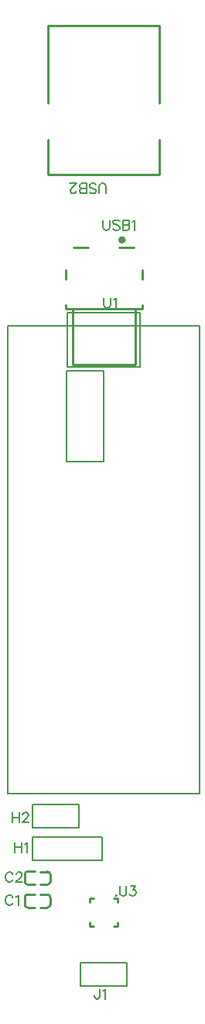
<source format=gto>
G04 Layer: TopSilkscreenLayer*
G04 EasyEDA v6.5.40, 2024-08-19 02:38:51*
G04 a67cddfb3fce44daa9051d46cbbcc19f,10*
G04 Gerber Generator version 0.2*
G04 Scale: 100 percent, Rotated: No, Reflected: No *
G04 Dimensions in millimeters *
G04 leading zeros omitted , absolute positions ,4 integer and 5 decimal *
%FSLAX45Y45*%
%MOMM*%

%ADD10C,0.1524*%
%ADD11C,0.2540*%
%ADD12C,0.2032*%
%ADD13C,0.1270*%
%ADD14C,0.2030*%
%ADD15C,0.4000*%
%ADD16C,0.0155*%

%LPD*%
D10*
X202945Y1414271D02*
G01*
X197865Y1424686D01*
X187452Y1435100D01*
X177037Y1440434D01*
X156210Y1440434D01*
X145795Y1435100D01*
X135381Y1424686D01*
X130302Y1414271D01*
X124968Y1398778D01*
X124968Y1372870D01*
X130302Y1357121D01*
X135381Y1346707D01*
X145795Y1336547D01*
X156210Y1331213D01*
X177037Y1331213D01*
X187452Y1336547D01*
X197865Y1346707D01*
X202945Y1357121D01*
X242315Y1414271D02*
G01*
X242315Y1419605D01*
X247650Y1430020D01*
X252729Y1435100D01*
X263144Y1440434D01*
X283971Y1440434D01*
X294386Y1435100D01*
X299465Y1430020D01*
X304800Y1419605D01*
X304800Y1409192D01*
X299465Y1398778D01*
X289305Y1383284D01*
X237236Y1331213D01*
X309879Y1331213D01*
X199999Y2090310D02*
G01*
X199999Y1981344D01*
X272643Y2090310D02*
G01*
X272643Y1981344D01*
X199999Y2038494D02*
G01*
X272643Y2038494D01*
X312267Y2064402D02*
G01*
X312267Y2069482D01*
X317347Y2079896D01*
X322681Y2085230D01*
X333095Y2090310D01*
X353669Y2090310D01*
X364083Y2085230D01*
X369417Y2079896D01*
X374497Y2069482D01*
X374497Y2059068D01*
X369417Y2048654D01*
X359003Y2033160D01*
X306933Y1981344D01*
X379831Y1981344D01*
X225000Y1765312D02*
G01*
X225000Y1656346D01*
X297644Y1765312D02*
G01*
X297644Y1656346D01*
X225000Y1713496D02*
G01*
X297644Y1713496D01*
X331934Y1744484D02*
G01*
X342348Y1749818D01*
X358096Y1765312D01*
X358096Y1656346D01*
X1199895Y7708392D02*
G01*
X1199895Y7630668D01*
X1205229Y7614920D01*
X1215644Y7604505D01*
X1231137Y7599426D01*
X1241552Y7599426D01*
X1257045Y7604505D01*
X1267460Y7614920D01*
X1272794Y7630668D01*
X1272794Y7708392D01*
X1307084Y7687818D02*
G01*
X1317497Y7692897D01*
X1332992Y7708392D01*
X1332992Y7599426D01*
X1193647Y8556866D02*
G01*
X1193647Y8478888D01*
X1198727Y8463394D01*
X1209141Y8452980D01*
X1224889Y8447900D01*
X1235303Y8447900D01*
X1250797Y8452980D01*
X1261211Y8463394D01*
X1266291Y8478888D01*
X1266291Y8556866D01*
X1373479Y8541372D02*
G01*
X1363065Y8551786D01*
X1347317Y8556866D01*
X1326743Y8556866D01*
X1310995Y8551786D01*
X1300581Y8541372D01*
X1300581Y8530958D01*
X1305915Y8520544D01*
X1310995Y8515210D01*
X1321409Y8510130D01*
X1352651Y8499716D01*
X1363065Y8494636D01*
X1368145Y8489302D01*
X1373479Y8478888D01*
X1373479Y8463394D01*
X1363065Y8452980D01*
X1347317Y8447900D01*
X1326743Y8447900D01*
X1310995Y8452980D01*
X1300581Y8463394D01*
X1407769Y8556866D02*
G01*
X1407769Y8447900D01*
X1407769Y8556866D02*
G01*
X1454505Y8556866D01*
X1469999Y8551786D01*
X1475333Y8546452D01*
X1480413Y8536038D01*
X1480413Y8525624D01*
X1475333Y8515210D01*
X1469999Y8510130D01*
X1454505Y8505050D01*
X1407769Y8505050D02*
G01*
X1454505Y8505050D01*
X1469999Y8499716D01*
X1475333Y8494636D01*
X1480413Y8484222D01*
X1480413Y8468474D01*
X1475333Y8458060D01*
X1469999Y8452980D01*
X1454505Y8447900D01*
X1407769Y8447900D01*
X1514703Y8536038D02*
G01*
X1525117Y8541372D01*
X1540611Y8556866D01*
X1540611Y8447900D01*
X1223403Y8849169D02*
G01*
X1223403Y8927147D01*
X1218323Y8942641D01*
X1207909Y8953055D01*
X1192161Y8958135D01*
X1181747Y8958135D01*
X1166253Y8953055D01*
X1155839Y8942641D01*
X1150759Y8927147D01*
X1150759Y8849169D01*
X1043571Y8864663D02*
G01*
X1053985Y8854249D01*
X1069733Y8849169D01*
X1090307Y8849169D01*
X1106055Y8854249D01*
X1116469Y8864663D01*
X1116469Y8875077D01*
X1111135Y8885491D01*
X1106055Y8890825D01*
X1095641Y8895905D01*
X1064399Y8906319D01*
X1053985Y8911399D01*
X1048905Y8916733D01*
X1043571Y8927147D01*
X1043571Y8942641D01*
X1053985Y8953055D01*
X1069733Y8958135D01*
X1090307Y8958135D01*
X1106055Y8953055D01*
X1116469Y8942641D01*
X1009281Y8849169D02*
G01*
X1009281Y8958135D01*
X1009281Y8849169D02*
G01*
X962545Y8849169D01*
X947051Y8854249D01*
X941717Y8859583D01*
X936637Y8869997D01*
X936637Y8880411D01*
X941717Y8890825D01*
X947051Y8895905D01*
X962545Y8900985D01*
X1009281Y8900985D02*
G01*
X962545Y8900985D01*
X947051Y8906319D01*
X941717Y8911399D01*
X936637Y8921813D01*
X936637Y8937561D01*
X941717Y8947975D01*
X947051Y8953055D01*
X962545Y8958135D01*
X1009281Y8958135D01*
X897013Y8875077D02*
G01*
X897013Y8869997D01*
X891933Y8859583D01*
X886853Y8854249D01*
X876439Y8849169D01*
X855611Y8849169D01*
X845197Y8854249D01*
X839863Y8859583D01*
X834783Y8869997D01*
X834783Y8880411D01*
X839863Y8890825D01*
X850277Y8906319D01*
X902347Y8958135D01*
X829703Y8958135D01*
X202979Y1164407D02*
G01*
X197645Y1174821D01*
X187231Y1185235D01*
X177071Y1190315D01*
X156243Y1190315D01*
X145829Y1185235D01*
X135415Y1174821D01*
X130081Y1164407D01*
X125001Y1148659D01*
X125001Y1122751D01*
X130081Y1107257D01*
X135415Y1096843D01*
X145829Y1086429D01*
X156243Y1081349D01*
X177071Y1081349D01*
X187231Y1086429D01*
X197645Y1096843D01*
X202979Y1107257D01*
X237269Y1169487D02*
G01*
X247683Y1174821D01*
X263177Y1190315D01*
X263177Y1081349D01*
X1152055Y165328D02*
G01*
X1152055Y82270D01*
X1146721Y66522D01*
X1141641Y61442D01*
X1131227Y56362D01*
X1120813Y56362D01*
X1110399Y61442D01*
X1105065Y66522D01*
X1099985Y82270D01*
X1099985Y92684D01*
X1186345Y144500D02*
G01*
X1196505Y149834D01*
X1212253Y165328D01*
X1212253Y56362D01*
X1374998Y1290325D02*
G01*
X1374998Y1212347D01*
X1380078Y1196853D01*
X1390492Y1186439D01*
X1406240Y1181359D01*
X1416654Y1181359D01*
X1432148Y1186439D01*
X1442562Y1196853D01*
X1447642Y1212347D01*
X1447642Y1290325D01*
X1492346Y1290325D02*
G01*
X1549496Y1290325D01*
X1518508Y1248669D01*
X1534002Y1248669D01*
X1544416Y1243589D01*
X1549496Y1238509D01*
X1554830Y1222761D01*
X1554830Y1212347D01*
X1549496Y1196853D01*
X1539082Y1186439D01*
X1523588Y1181359D01*
X1508094Y1181359D01*
X1492346Y1186439D01*
X1487266Y1191519D01*
X1481932Y1201933D01*
D11*
X613981Y1414879D02*
G01*
X613981Y1334876D01*
X503006Y1445864D02*
G01*
X583003Y1445864D01*
X503006Y1303898D02*
G01*
X583003Y1303898D01*
X445416Y1446446D02*
G01*
X365417Y1446446D01*
X334434Y1415463D02*
G01*
X334434Y1335465D01*
X445416Y1304485D02*
G01*
X365417Y1304485D01*
D12*
X928999Y2176995D02*
G01*
X928999Y1925535D01*
X420999Y1925535D01*
X420999Y2176995D01*
X928999Y2176995D01*
X672998Y1572996D02*
G01*
X418998Y1572996D01*
X418998Y1824456D01*
X1180998Y1824456D01*
X1180998Y1572996D01*
X672998Y1572996D01*
D13*
X1599895Y7399858D02*
G01*
X1599895Y6949871D01*
X799896Y6949871D01*
X799896Y7399858D01*
X799896Y7549870D01*
X1599895Y7549870D01*
X1599895Y7399858D01*
X149885Y7399858D02*
G01*
X799896Y7399858D01*
X1599895Y7399858D01*
X2249906Y7399858D01*
X2249906Y2299868D01*
X149885Y2299868D01*
X149885Y7399858D01*
X793495Y6907276D02*
G01*
X1199895Y6907276D01*
X1199895Y5916676D01*
X793495Y5916676D01*
X793495Y6907276D01*
D11*
X1619999Y7587254D02*
G01*
X779998Y7587254D01*
X857605Y6977240D02*
G01*
X857605Y7587249D01*
X1619999Y7914713D02*
G01*
X1619999Y8014776D01*
X1619999Y7587254D02*
G01*
X1619999Y7629779D01*
X779998Y7629776D02*
G01*
X779998Y7587254D01*
X1542389Y6977240D02*
G01*
X1542389Y7587249D01*
X857605Y6977240D02*
G01*
X911961Y6977240D01*
X1542389Y6977240D01*
X779998Y8014774D02*
G01*
X779998Y7914716D01*
X1029383Y8256993D02*
G01*
X868113Y8256993D01*
X1531884Y8256993D02*
G01*
X1370611Y8256993D01*
X592503Y9833521D02*
G01*
X592503Y10680484D01*
X592503Y9050484D02*
G01*
X592503Y9437448D01*
X1807502Y9833521D02*
G01*
X1807502Y10680484D01*
X1807502Y9050484D02*
G01*
X1807502Y9437448D01*
X1807502Y9050484D02*
G01*
X592503Y9050484D01*
X1807502Y10680484D02*
G01*
X592503Y10680484D01*
X614001Y1164976D02*
G01*
X614001Y1084973D01*
X503026Y1195961D02*
G01*
X583023Y1195961D01*
X503026Y1053995D02*
G01*
X583023Y1053995D01*
X445437Y1196543D02*
G01*
X365437Y1196543D01*
X334454Y1165560D02*
G01*
X334454Y1085562D01*
X445437Y1054582D02*
G01*
X365437Y1054582D01*
D14*
X945997Y197998D02*
G01*
X1263497Y197998D01*
D12*
X945997Y197998D02*
G01*
X945997Y451998D01*
X1453997Y451998D01*
X1453997Y197998D01*
X1263497Y197998D01*
D11*
X1349987Y849983D02*
G01*
X1349987Y889177D01*
X1349987Y1110404D02*
G01*
X1349987Y1149985D01*
X1049985Y1149985D02*
G01*
X1049985Y1110404D01*
X1049985Y889177D02*
G01*
X1049985Y849983D01*
X1349987Y849983D02*
G01*
X1310459Y849983D01*
X1089385Y849983D02*
G01*
X1049985Y849983D01*
X1349987Y1149985D02*
G01*
X1310459Y1149985D01*
X1089233Y1149985D02*
G01*
X1049985Y1149985D01*
G75*
G01*
X334429Y1415463D02*
G02*
X365412Y1446446I30983J0D01*
G75*
G01*
X365412Y1304481D02*
G02*
X334429Y1335466I0J30982D01*
G75*
G01*
X582999Y1445865D02*
G02*
X613982Y1414879I0J-30983D01*
G75*
G01*
X613982Y1334882D02*
G02*
X582999Y1303899I-30983J0D01*
G75*
G01*
X334449Y1165560D02*
G02*
X365432Y1196543I30983J0D01*
G75*
G01*
X365432Y1054578D02*
G02*
X334449Y1085563I0J30982D01*
G75*
G01*
X583019Y1195962D02*
G02*
X614002Y1164976I0J-30983D01*
G75*
G01*
X614002Y1084979D02*
G02*
X583019Y1053996I-30983J0D01*
D15*
G75*
G01
X1419987Y8339988D02*
G03X1419987Y8339988I-19990J0D01*
D11*
G75*
G01
X1334338Y1184453D02*
G03X1334338Y1184453I-5436J0D01*
M02*

</source>
